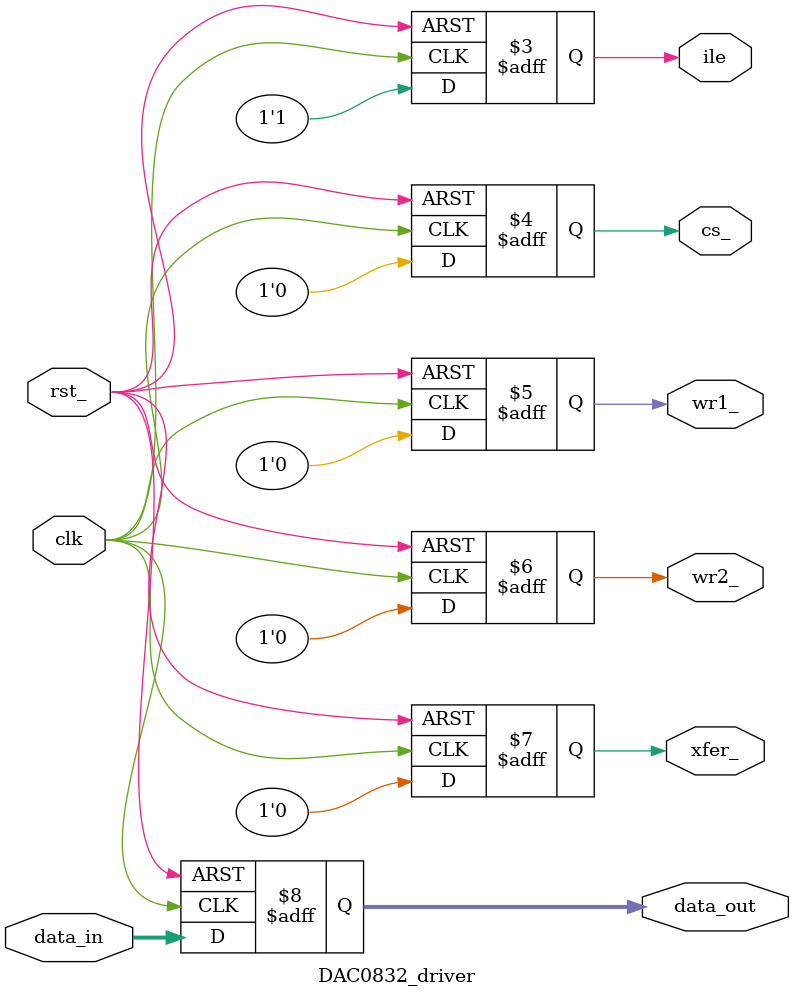
<source format=v>

`timescale 1ns / 1ps

module DAC0832_driver(
    input clk, // Ê±ÖÓÐÅºÅ
    input rst_, // ¸´Î»ÐÅºÅ
    input [7:0] data_in, // 8Î»ÊäÈëÊý¾Ý
    output reg ile, // ÊäÈëËø´æÊ¹ÄÜÐÅºÅ
    output reg cs_, // Æ¬Ñ¡ÐÅºÅ
    output reg wr1_, // Ð´Ê¹ÄÜÐÅºÅ
    output reg wr2_, // Ð´Ê¹ÄÜÐÅºÅ
    output reg xfer_, // ´«ÊäÐÅºÅ
    output reg [7:0] data_out // 8Î»Êä³öÊý¾Ý
    );

    always @(posedge clk or negedge rst_ ) begin
        if (!rst_) begin
            ile <= 1'b0; // ¸´Î»Ê±£¬½ûÓÃÊäÈëËø´æ
            cs_ <= 1'b1; // ¸´Î»Ê±£¬½ûÓÃDAC0832
            wr1_ <= 1'b1; // ¸´Î»Ê±£¬½ûÓÃÐ´²Ù×÷
            wr2_ <= 1'b1; // ¸´Î»Ê±£¬½ûÓÃÐ´²Ù×÷
            xfer_ <= 1'b1; // ¸´Î»Ê±£¬½ûÓÃ´«Êä
            data_out <= 8'd0; // ¸´Î»Ê±£¬Êä³öÊý¾ÝÎª0
        end else begin
            ile <= 1'b1; // Ê¹ÄÜÊäÈëËø´æ
            cs_ <= 1'b0; // Ê¹ÄÜDAC0832
            wr1_ <= 1'b0; // Ê¹ÄÜÐ´²Ù×÷
            wr2_ <= 1'b0; // Ê¹ÄÜÐ´²Ù×÷
            xfer_ <= 1'b0; // Ê¹ÄÜ´«Êä
            data_out <= data_in; // ½«ÊäÈëÊý¾Ý´«µÝ¸øDAC0832
        end
    end

endmodule

</source>
